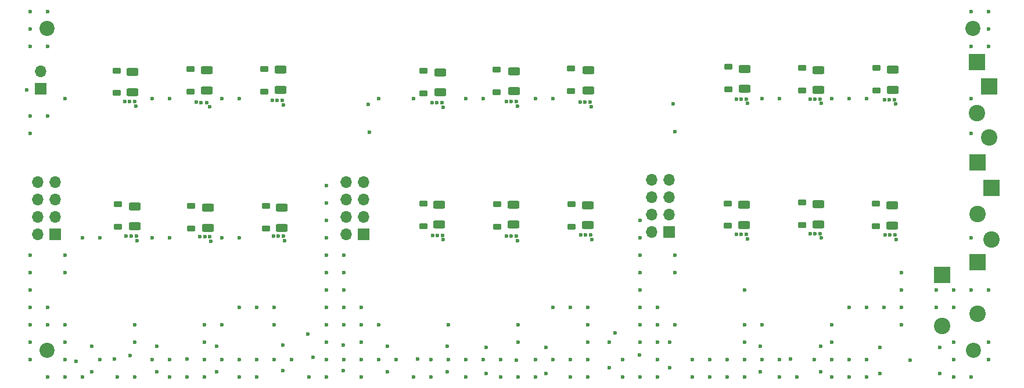
<source format=gts>
%TF.GenerationSoftware,KiCad,Pcbnew,8.0.1*%
%TF.CreationDate,2024-05-07T00:04:45+05:00*%
%TF.ProjectId,PowerBoard,506f7765-7242-46f6-9172-642e6b696361,rev?*%
%TF.SameCoordinates,Original*%
%TF.FileFunction,Soldermask,Top*%
%TF.FilePolarity,Negative*%
%FSLAX46Y46*%
G04 Gerber Fmt 4.6, Leading zero omitted, Abs format (unit mm)*
G04 Created by KiCad (PCBNEW 8.0.1) date 2024-05-07 00:04:45*
%MOMM*%
%LPD*%
G01*
G04 APERTURE LIST*
G04 Aperture macros list*
%AMRoundRect*
0 Rectangle with rounded corners*
0 $1 Rounding radius*
0 $2 $3 $4 $5 $6 $7 $8 $9 X,Y pos of 4 corners*
0 Add a 4 corners polygon primitive as box body*
4,1,4,$2,$3,$4,$5,$6,$7,$8,$9,$2,$3,0*
0 Add four circle primitives for the rounded corners*
1,1,$1+$1,$2,$3*
1,1,$1+$1,$4,$5*
1,1,$1+$1,$6,$7*
1,1,$1+$1,$8,$9*
0 Add four rect primitives between the rounded corners*
20,1,$1+$1,$2,$3,$4,$5,0*
20,1,$1+$1,$4,$5,$6,$7,0*
20,1,$1+$1,$6,$7,$8,$9,0*
20,1,$1+$1,$8,$9,$2,$3,0*%
G04 Aperture macros list end*
%ADD10RoundRect,0.225000X-0.375000X0.225000X-0.375000X-0.225000X0.375000X-0.225000X0.375000X0.225000X0*%
%ADD11C,2.200000*%
%ADD12RoundRect,0.250000X-0.625000X0.312500X-0.625000X-0.312500X0.625000X-0.312500X0.625000X0.312500X0*%
%ADD13R,2.400000X2.400000*%
%ADD14C,2.400000*%
%ADD15R,1.700000X1.700000*%
%ADD16O,1.700000X1.700000*%
%ADD17C,0.600000*%
G04 APERTURE END LIST*
D10*
%TO.C,D2*%
X228500000Y-112050000D03*
X228500000Y-115350000D03*
%TD*%
%TO.C,D9*%
X262482332Y-112348057D03*
X262482332Y-115648057D03*
%TD*%
%TO.C,D4*%
X239500000Y-132050000D03*
X239500000Y-135350000D03*
%TD*%
D11*
%TO.C,H3*%
X342564466Y-106185534D03*
%TD*%
D12*
%TO.C,R27*%
X309232332Y-131938057D03*
X309232332Y-134863057D03*
%TD*%
D13*
%TO.C,C19*%
X343150000Y-111050000D03*
D14*
X343150000Y-118550000D03*
%TD*%
D12*
%TO.C,R25*%
X330822332Y-131988057D03*
X330822332Y-134913057D03*
%TD*%
%TO.C,R3*%
X220050000Y-112537500D03*
X220050000Y-115462500D03*
%TD*%
%TO.C,R24*%
X264782332Y-131885557D03*
X264782332Y-134810557D03*
%TD*%
D13*
%TO.C,C23*%
X345298749Y-129480000D03*
D14*
X345298749Y-136980000D03*
%TD*%
D12*
%TO.C,R20*%
X231050000Y-132337500D03*
X231050000Y-135262500D03*
%TD*%
D10*
%TO.C,D17*%
X317672332Y-111938057D03*
X317672332Y-115238057D03*
%TD*%
D12*
%TO.C,R1*%
X241650000Y-112187500D03*
X241650000Y-115112500D03*
%TD*%
%TO.C,R4*%
X286482332Y-112285557D03*
X286482332Y-115210557D03*
%TD*%
D10*
%TO.C,D1*%
X239250000Y-112100000D03*
X239250000Y-115400000D03*
%TD*%
%TO.C,D18*%
X328472332Y-111938057D03*
X328472332Y-115238057D03*
%TD*%
D11*
%TO.C,H1*%
X207600000Y-106150000D03*
%TD*%
D12*
%TO.C,R19*%
X241850000Y-132337500D03*
X241850000Y-135262500D03*
%TD*%
%TO.C,R22*%
X286432332Y-131948057D03*
X286432332Y-134873057D03*
%TD*%
D13*
%TO.C,C21*%
X343250000Y-140300000D03*
D14*
X343250000Y-147800000D03*
%TD*%
D12*
%TO.C,R5*%
X275632332Y-112385557D03*
X275632332Y-115310557D03*
%TD*%
D10*
%TO.C,D15*%
X306872332Y-131688057D03*
X306872332Y-134988057D03*
%TD*%
D15*
%TO.C,J7*%
X298272332Y-135878057D03*
D16*
X295732332Y-135878057D03*
X298272332Y-133338057D03*
X295732332Y-133338057D03*
X298272332Y-130798057D03*
X295732332Y-130798057D03*
X298272332Y-128258057D03*
X295732332Y-128258057D03*
%TD*%
D12*
%TO.C,R7*%
X330872332Y-112175557D03*
X330872332Y-115100557D03*
%TD*%
%TO.C,R23*%
X275582332Y-131885557D03*
X275582332Y-134810557D03*
%TD*%
%TO.C,R9*%
X309272332Y-112075557D03*
X309272332Y-115000557D03*
%TD*%
D10*
%TO.C,D10*%
X284082332Y-131810557D03*
X284082332Y-135110557D03*
%TD*%
D11*
%TO.C,H4*%
X342614466Y-153164466D03*
%TD*%
D12*
%TO.C,R8*%
X320022332Y-112225557D03*
X320022332Y-115150557D03*
%TD*%
D10*
%TO.C,D16*%
X306922332Y-111788057D03*
X306922332Y-115088057D03*
%TD*%
%TO.C,D12*%
X262432332Y-131748057D03*
X262432332Y-135048057D03*
%TD*%
%TO.C,D8*%
X273132332Y-112148057D03*
X273132332Y-115448057D03*
%TD*%
%TO.C,D7*%
X283932332Y-111998057D03*
X283932332Y-115298057D03*
%TD*%
%TO.C,D3*%
X217750000Y-112300000D03*
X217750000Y-115600000D03*
%TD*%
D15*
%TO.C,J12*%
X206700000Y-114975000D03*
D16*
X206700000Y-112435000D03*
%TD*%
D13*
%TO.C,C22*%
X338098750Y-142130000D03*
D14*
X338098750Y-149630000D03*
%TD*%
D12*
%TO.C,R2*%
X230900000Y-112287500D03*
X230900000Y-115212500D03*
%TD*%
D15*
%TO.C,J6*%
X208800000Y-136200000D03*
D16*
X206260000Y-136200000D03*
X208800000Y-133660000D03*
X206260000Y-133660000D03*
X208800000Y-131120000D03*
X206260000Y-131120000D03*
X208800000Y-128580000D03*
X206260000Y-128580000D03*
%TD*%
D12*
%TO.C,R21*%
X220350000Y-132137500D03*
X220350000Y-135062500D03*
%TD*%
D13*
%TO.C,C24*%
X344920001Y-114600000D03*
D14*
X344920001Y-122100000D03*
%TD*%
D10*
%TO.C,D13*%
X328422332Y-131700557D03*
X328422332Y-135000557D03*
%TD*%
%TO.C,D6*%
X217900000Y-131850000D03*
X217900000Y-135150000D03*
%TD*%
D13*
%TO.C,C20*%
X343250000Y-125750000D03*
D14*
X343250000Y-133250000D03*
%TD*%
D10*
%TO.C,D14*%
X317672332Y-131575557D03*
X317672332Y-134875557D03*
%TD*%
%TO.C,D11*%
X273239832Y-131788057D03*
X273239832Y-135088057D03*
%TD*%
D12*
%TO.C,R26*%
X320022332Y-131825557D03*
X320022332Y-134750557D03*
%TD*%
D10*
%TO.C,D5*%
X228612500Y-132110000D03*
X228612500Y-135410000D03*
%TD*%
D12*
%TO.C,R6*%
X264882332Y-112585557D03*
X264882332Y-115510557D03*
%TD*%
D11*
%TO.C,H2*%
X207635534Y-153114466D03*
%TD*%
D15*
%TO.C,J5*%
X253732332Y-136188057D03*
D16*
X251192332Y-136188057D03*
X253732332Y-133648057D03*
X251192332Y-133648057D03*
X253732332Y-131108057D03*
X251192332Y-131108057D03*
X253732332Y-128568057D03*
X251192332Y-128568057D03*
%TD*%
D17*
X342275000Y-108745000D03*
X245755000Y-157005000D03*
X257200000Y-152550000D03*
X250750000Y-156100000D03*
X210195000Y-139225000D03*
X281315000Y-154465000D03*
X219700000Y-153900000D03*
X299095000Y-149385000D03*
X324495000Y-157005000D03*
X204600000Y-115150000D03*
X214150000Y-156300000D03*
X294015000Y-149385000D03*
X242000000Y-152350000D03*
X289600000Y-155700000D03*
X319415000Y-154465000D03*
X278775000Y-154465000D03*
X276235000Y-157005000D03*
X309255000Y-144305000D03*
X337195000Y-146845000D03*
X344815000Y-144305000D03*
X294015000Y-157005000D03*
X215275000Y-154465000D03*
X230515000Y-149385000D03*
X280350000Y-152750000D03*
X243215000Y-154465000D03*
X238135000Y-146845000D03*
X220355000Y-157005000D03*
X225435000Y-136685000D03*
X294015000Y-151925000D03*
X291475000Y-154465000D03*
X344815000Y-154465000D03*
X271155000Y-116365000D03*
X306715000Y-154465000D03*
X276000000Y-154600000D03*
X210195000Y-154465000D03*
X342275000Y-144305000D03*
X339735000Y-154465000D03*
X223600000Y-156300000D03*
X205115000Y-151925000D03*
X205115000Y-121445000D03*
X255915000Y-154465000D03*
X238135000Y-157005000D03*
X280350000Y-156500000D03*
X337195000Y-144305000D03*
X205115000Y-106205000D03*
X225435000Y-157005000D03*
X324495000Y-154465000D03*
X220355000Y-149385000D03*
X320350000Y-152550000D03*
X309255000Y-151925000D03*
X205115000Y-141765000D03*
X230515000Y-157005000D03*
X324495000Y-116365000D03*
X205115000Y-103665000D03*
X225435000Y-116365000D03*
X212735000Y-136685000D03*
X260995000Y-116365000D03*
X344815000Y-151925000D03*
X311600000Y-152550000D03*
X332115000Y-141765000D03*
X311600000Y-156300000D03*
X217450000Y-154400000D03*
X235595000Y-146845000D03*
X309255000Y-154465000D03*
X258455000Y-154465000D03*
X205115000Y-118905000D03*
X309255000Y-149385000D03*
X268615000Y-116365000D03*
X321955000Y-157005000D03*
X286395000Y-151925000D03*
X309255000Y-157005000D03*
X215275000Y-136685000D03*
X281315000Y-146845000D03*
X263535000Y-154465000D03*
X250835000Y-144305000D03*
X248295000Y-146845000D03*
X327035000Y-116365000D03*
X296555000Y-146845000D03*
X248295000Y-139225000D03*
X212735000Y-157005000D03*
X227975000Y-157005000D03*
X296555000Y-151925000D03*
X250750000Y-152350000D03*
X255915000Y-116365000D03*
X253375000Y-149385000D03*
X321955000Y-149385000D03*
X337750000Y-156500000D03*
X248295000Y-144305000D03*
X286395000Y-157005000D03*
X271600000Y-156500000D03*
X205115000Y-146845000D03*
X283855000Y-146845000D03*
X222895000Y-136685000D03*
X268615000Y-154465000D03*
X220355000Y-151925000D03*
X320350000Y-156300000D03*
X263535000Y-157005000D03*
X248295000Y-149385000D03*
X207655000Y-108745000D03*
X273695000Y-154465000D03*
X230515000Y-154465000D03*
X253375000Y-151925000D03*
X266075000Y-154465000D03*
X250835000Y-139225000D03*
X314335000Y-116365000D03*
X266075000Y-149385000D03*
X301635000Y-157005000D03*
X214150000Y-152550000D03*
X250835000Y-141765000D03*
X235595000Y-136685000D03*
X205115000Y-108745000D03*
X235595000Y-116365000D03*
X205115000Y-139225000D03*
X248295000Y-136685000D03*
X327035000Y-146845000D03*
X342275000Y-157005000D03*
X211850000Y-154750000D03*
X278775000Y-157005000D03*
X329000000Y-156500000D03*
X294015000Y-146845000D03*
X232350000Y-152550000D03*
X246400000Y-154200000D03*
X223600000Y-152550000D03*
X253375000Y-154465000D03*
X240675000Y-154465000D03*
X250835000Y-149385000D03*
X327035000Y-157005000D03*
X207655000Y-146845000D03*
X230515000Y-151925000D03*
X248295000Y-134145000D03*
X276235000Y-149385000D03*
X268615000Y-157005000D03*
X294015000Y-134145000D03*
X207655000Y-149385000D03*
X222895000Y-154465000D03*
X210195000Y-141765000D03*
X271155000Y-154465000D03*
X339735000Y-157005000D03*
X210195000Y-157005000D03*
X332115000Y-144305000D03*
X290400000Y-150600000D03*
X261600000Y-154400000D03*
X232350000Y-156300000D03*
X260995000Y-157005000D03*
X233055000Y-136685000D03*
X207655000Y-118905000D03*
X207655000Y-157005000D03*
X329000000Y-152750000D03*
X344815000Y-103665000D03*
X276235000Y-151925000D03*
X344815000Y-108745000D03*
X332115000Y-149385000D03*
X233055000Y-149385000D03*
X296555000Y-157005000D03*
X248295000Y-131605000D03*
X314335000Y-157005000D03*
X238135000Y-154465000D03*
X294015000Y-136685000D03*
X205115000Y-149385000D03*
X314335000Y-154465000D03*
X296555000Y-149385000D03*
X248295000Y-157005000D03*
X257200000Y-156300000D03*
X233055000Y-154465000D03*
X299095000Y-141765000D03*
X250835000Y-146845000D03*
X210195000Y-151925000D03*
X329575000Y-146845000D03*
X306715000Y-157005000D03*
X235595000Y-154465000D03*
X311795000Y-154465000D03*
X253375000Y-146845000D03*
X235595000Y-157005000D03*
X298350000Y-151950000D03*
X225435000Y-154465000D03*
X342275000Y-121445000D03*
X333400000Y-154600000D03*
X332115000Y-146845000D03*
X283855000Y-154465000D03*
X286395000Y-146845000D03*
X210195000Y-116365000D03*
X283855000Y-157005000D03*
X248295000Y-151925000D03*
X294000000Y-153800000D03*
X327035000Y-154465000D03*
X291475000Y-157005000D03*
X222895000Y-116365000D03*
X210195000Y-149385000D03*
X296555000Y-154465000D03*
X242000000Y-156100000D03*
X233055000Y-116365000D03*
X281315000Y-116365000D03*
X245600000Y-150800000D03*
X240675000Y-149385000D03*
X316875000Y-157005000D03*
X342275000Y-136685000D03*
X342275000Y-103665000D03*
X294015000Y-139225000D03*
X217815000Y-157005000D03*
X339735000Y-144305000D03*
X248295000Y-141765000D03*
X240675000Y-146845000D03*
X321955000Y-116365000D03*
X316000000Y-154400000D03*
X289600000Y-151950000D03*
X207655000Y-103665000D03*
X339735000Y-151925000D03*
X228000000Y-154400000D03*
X321955000Y-154465000D03*
X253375000Y-157005000D03*
X286395000Y-154465000D03*
X271600000Y-152750000D03*
X301635000Y-154465000D03*
X311795000Y-116365000D03*
X278775000Y-116365000D03*
X324495000Y-146845000D03*
X248295000Y-154465000D03*
X248295000Y-129065000D03*
X311795000Y-149385000D03*
X342275000Y-116365000D03*
X344815000Y-106205000D03*
X205115000Y-144305000D03*
X298350000Y-155700000D03*
X265950000Y-156300000D03*
X294015000Y-141765000D03*
X337750000Y-152750000D03*
X255915000Y-149385000D03*
X205115000Y-154465000D03*
X265950000Y-152550000D03*
X321955000Y-151925000D03*
X273695000Y-157005000D03*
X286395000Y-149385000D03*
X304175000Y-157005000D03*
X294015000Y-144305000D03*
X250835000Y-154465000D03*
X339735000Y-146845000D03*
X299095000Y-139225000D03*
X304175000Y-154465000D03*
X241150000Y-116700000D03*
X240450000Y-116700000D03*
X241900000Y-116700000D03*
X242050000Y-117350000D03*
X230050000Y-117000000D03*
X231350000Y-117600000D03*
X229362500Y-116937500D03*
X230900000Y-117000000D03*
X220550000Y-117518750D03*
X220400000Y-116868750D03*
X219650000Y-116868750D03*
X218950000Y-116868750D03*
X240600000Y-136468750D03*
X242200000Y-137118750D03*
X242050000Y-136468750D03*
X241300000Y-136468750D03*
X231500000Y-137218750D03*
X229900000Y-136568750D03*
X231350000Y-136568750D03*
X230600000Y-136568750D03*
X219850000Y-136468750D03*
X220600000Y-136468750D03*
X219150000Y-136468750D03*
X220750000Y-137118750D03*
X254450000Y-117250000D03*
X298850000Y-117200000D03*
X286782332Y-116916807D03*
X285332332Y-116916807D03*
X286932332Y-117566807D03*
X286032332Y-116916807D03*
X276032332Y-116816807D03*
X274582332Y-116816807D03*
X275282332Y-116816807D03*
X276182332Y-117466807D03*
X263732332Y-117016807D03*
X265332332Y-117666807D03*
X264432332Y-117016807D03*
X265182332Y-117016807D03*
X286082332Y-136316807D03*
X285382332Y-136316807D03*
X286832332Y-136316807D03*
X286982332Y-136966807D03*
X276182332Y-137116807D03*
X275282332Y-136466807D03*
X274582332Y-136466807D03*
X276032332Y-136466807D03*
X264482332Y-136366807D03*
X265382332Y-137016807D03*
X263782332Y-136366807D03*
X265232332Y-136366807D03*
X331222332Y-136306807D03*
X331372332Y-136956807D03*
X330472332Y-136306807D03*
X329772332Y-136306807D03*
X320472332Y-136756807D03*
X318872332Y-136106807D03*
X320322332Y-136106807D03*
X319572332Y-136106807D03*
X309672332Y-136906807D03*
X309522332Y-136256807D03*
X308072332Y-136256807D03*
X308772332Y-136256807D03*
X308772332Y-116456807D03*
X309522332Y-116456807D03*
X309672332Y-117106807D03*
X308072332Y-116456807D03*
X320322332Y-116456807D03*
X319572332Y-116456807D03*
X318872332Y-116456807D03*
X320472332Y-117106807D03*
X331272332Y-117206807D03*
X329672332Y-116556807D03*
X331122332Y-116556807D03*
X330372332Y-116556807D03*
X254600000Y-121300000D03*
X299150000Y-121250000D03*
M02*

</source>
